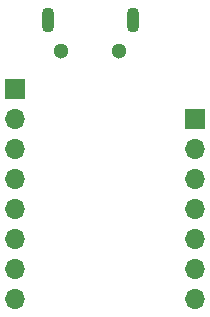
<source format=gbs>
G04 #@! TF.GenerationSoftware,KiCad,Pcbnew,(5.1.10)-1*
G04 #@! TF.CreationDate,2021-11-12T00:22:47+01:00*
G04 #@! TF.ProjectId,devboard-stm32g030f6p6,64657662-6f61-4726-942d-73746d333267,rev?*
G04 #@! TF.SameCoordinates,Original*
G04 #@! TF.FileFunction,Soldermask,Bot*
G04 #@! TF.FilePolarity,Negative*
%FSLAX46Y46*%
G04 Gerber Fmt 4.6, Leading zero omitted, Abs format (unit mm)*
G04 Created by KiCad (PCBNEW (5.1.10)-1) date 2021-11-12 00:22:47*
%MOMM*%
%LPD*%
G01*
G04 APERTURE LIST*
%ADD10O,1.700000X1.700000*%
%ADD11R,1.700000X1.700000*%
%ADD12O,1.070000X2.140000*%
%ADD13C,1.300000*%
G04 APERTURE END LIST*
D10*
X119380000Y-96520000D03*
X119380000Y-93980000D03*
X119380000Y-91440000D03*
X119380000Y-88900000D03*
X119380000Y-86360000D03*
X119380000Y-83820000D03*
D11*
X119380000Y-81280000D03*
D10*
X104140000Y-96520000D03*
X104140000Y-93980000D03*
X104140000Y-91440000D03*
X104140000Y-88900000D03*
X104140000Y-86360000D03*
X104140000Y-83820000D03*
X104140000Y-81280000D03*
D11*
X104140000Y-78740000D03*
D12*
X106890000Y-72870000D03*
X114090000Y-72870000D03*
D13*
X108065000Y-75520000D03*
X112915000Y-75520000D03*
M02*

</source>
